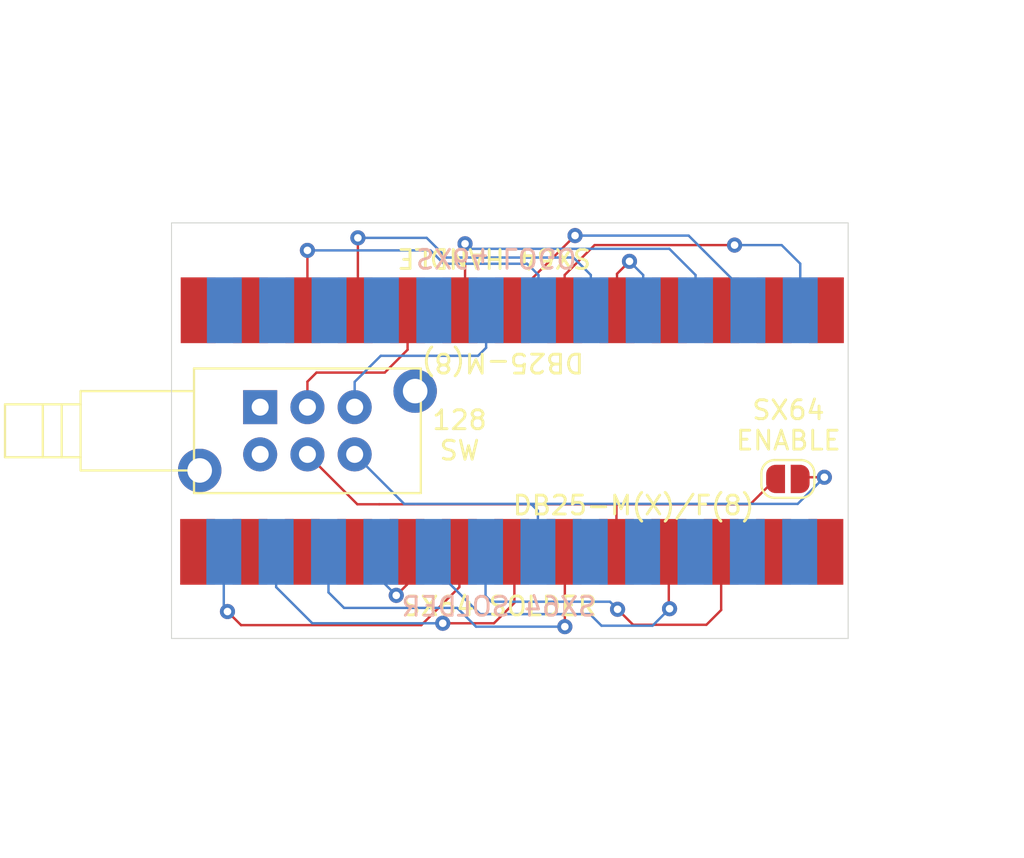
<source format=kicad_pcb>
(kicad_pcb (version 20221018) (generator pcbnew)
  (layers (0 "F.Cu" signal) (31 "B.Cu" signal) (34 "B.Paste" user) (35 "F.Paste" user) (36 "B.SilkS" user "B.Silkscreen") (37 "F.SilkS" user "F.Silkscreen") (38 "B.Mask" user) (39 "F.Mask" user) (44 "Edge.Cuts" user))
  (net 0 "")
  (net 1 "Net-(J1-Pad20)")
  (net 2 "Net-(J1-Pad11)")
  (net 3 "Net-(J1-Pad10)")
  (net 4 "Net-(J1-Pad17)")
  (net 5 "Net-(J1-Pad16)")
  (net 6 "Net-(J1-Pad15)")
  (net 7 "Net-(J1-Pad14)")
  (net 8 "Net-(J1-Pad12)")
  (net 9 "Net-(J2-Pad25)")
  (net 10 "Net-(J2-Pad24)")
  (net 11 "Net-(J2-Pad23)")
  (net 12 "Net-(J2-Pad22)")
  (net 13 "Net-(J2-Pad21)")
  (net 14 "Net-(J2-Pad20)")
  (net 15 "Net-(J2-Pad19)")
  (net 16 "Net-(J2-Pad1)")
  (net 17 "Net-(J1-Pad9)")
  (net 18 "Net-(J2-Pad5)")
  (footprint "Connector_Dsub:DSUB-25_Male_EdgeMount_P2.77mm" (layer "F.Cu") (at 172.61 80.51)
    (fp_text reference "J1" hide)
    (fp_text value "DB25-M(X)/F(8)" (at 6.45 -2.46 unlocked) (layer "F.SilkS"))
    (pad "1" smd rect (at -16.62 0) (size 1.846667 3.48) (layers "F.Cu" "F.Paste" "F.Mask"))
    (pad "2" smd rect (at -13.85 0) (size 1.846667 3.48) (layers "F.Cu" "F.Paste" "F.Mask"))
    (pad "3" smd rect (at -11.08 0) (size 1.846667 3.48) (layers "F.Cu" "F.Paste" "F.Mask"))
    (pad "4" smd rect (at -8.31 0) (size 1.846667 3.48) (layers "F.Cu" "F.Paste" "F.Mask"))
    (pad "5" smd rect (at -5.54 0) (size 1.846667 3.48) (layers "F.Cu" "F.Paste" "F.Mask") (net 4 "Net-(J1-Pad17)"))
    (pad "6" smd rect (at -2.77 0) (size 1.846667 3.48) (layers "F.Cu" "F.Paste" "F.Mask") (net 7 "Net-(J1-Pad14)"))
    (pad "7" smd rect (at 0 0) (size 1.846667 3.48) (layers "F.Cu" "F.Paste" "F.Mask") (net 6 "Net-(J1-Pad15)"))
    (pad "8" smd rect (at 2.77 0) (size 1.846667 3.48) (layers "F.Cu" "F.Paste" "F.Mask") (net 5 "Net-(J1-Pad16)"))
    (pad "9" smd rect (at 5.54 0) (size 1.846667 3.48) (layers "F.Cu" "F.Paste" "F.Mask") (net 17 "Net-(J1-Pad9)"))
    (pad "10" smd rect (at 8.31 0) (size 1.846667 3.48) (layers "F.Cu" "F.Paste" "F.Mask") (net 3 "Net-(J1-Pad10)"))
    (pad "11" smd rect (at 11.08 0) (size 1.846667 3.48) (layers "F.Cu" "F.Paste" "F.Mask") (net 2 "Net-(J1-Pad11)"))
    (pad "12" smd rect (at 13.85 0) (size 1.846667 3.48) (layers "F.Cu" "F.Paste" "F.Mask") (net 8 "Net-(J1-Pad12)"))
    (pad "13" smd rect (at 16.62 0) (size 1.846667 3.48) (layers "F.Cu" "F.Paste" "F.Mask") (net 8 "Net-(J1-Pad12)"))
    (pad "14" smd rect (at -15.235 0) (size 1.846667 3.48) (layers "B.Cu" "B.Paste" "B.Mask") (net 7 "Net-(J1-Pad14)"))
    (pad "15" smd rect (at -12.465 0) (size 1.846667 3.48) (layers "B.Cu" "B.Paste" "B.Mask") (net 6 "Net-(J1-Pad15)"))
    (pad "16" smd rect (at -9.695 0) (size 1.846667 3.48) (layers "B.Cu" "B.Paste" "B.Mask") (net 5 "Net-(J1-Pad16)"))
    (pad "17" smd rect (at -6.925 0) (size 1.846667 3.48) (layers "B.Cu" "B.Paste" "B.Mask") (net 4 "Net-(J1-Pad17)"))
    (pad "18" smd rect (at -4.155 0) (size 1.846667 3.48) (layers "B.Cu" "B.Paste" "B.Mask") (net 3 "Net-(J1-Pad10)"))
    (pad "19" smd rect (at -1.385 0) (size 1.846667 3.48) (layers "B.Cu" "B.Paste" "B.Mask") (net 2 "Net-(J1-Pad11)"))
    (pad "20" smd rect (at 1.385 0) (size 1.846667 3.48) (layers "B.Cu" "B.Paste" "B.Mask") (net 1 "Net-(J1-Pad20)"))
    (pad "21" smd rect (at 4.155 0) (size 1.846667 3.48) (layers "B.Cu" "B.Paste" "B.Mask"))
    (pad "22" smd rect (at 6.925 0) (size 1.846667 3.48) (layers "B.Cu" "B.Paste" "B.Mask"))
    (pad "23" smd rect (at 9.695 0) (size 1.846667 3.48) (layers "B.Cu" "B.Paste" "B.Mask"))
    (pad "24" smd rect (at 12.465 0) (size 1.846667 3.48) (layers "B.Cu" "B.Paste" "B.Mask"))
    (pad "25" smd rect (at 15.235 0) (size 1.846667 3.48) (layers "B.Cu" "B.Paste" "B.Mask"))
  )
  (footprint "Connector_Dsub:DSUB-25_Female_EdgeMount_P2.77mm" (layer "F.Cu") (at 172.64 67.72 180)
    (fp_text reference "J2" hide)
    (fp_text value "DB25-M(8)" (at 0.5 -2.78 180 unlocked) (layer "F.SilkS"))
    (pad "1" smd rect (at 16.62 0 180) (size 1.846667 3.48) (layers "F.Cu" "F.Paste" "F.Mask") (net 16 "Net-(J2-Pad1)"))
    (pad "2" smd rect (at 13.85 0 180) (size 1.846667 3.48) (layers "F.Cu" "F.Paste" "F.Mask") (net 16 "Net-(J2-Pad1)"))
    (pad "3" smd rect (at 11.08 0 180) (size 1.846667 3.48) (layers "F.Cu" "F.Paste" "F.Mask") (net 14 "Net-(J2-Pad20)"))
    (pad "4" smd rect (at 8.31 0 180) (size 1.846667 3.48) (layers "F.Cu" "F.Paste" "F.Mask") (net 13 "Net-(J2-Pad21)"))
    (pad "5" smd rect (at 5.54 0 180) (size 1.846667 3.48) (layers "F.Cu" "F.Paste" "F.Mask") (net 18 "Net-(J2-Pad5)"))
    (pad "6" smd rect (at 2.77 0 180) (size 1.846667 3.48) (layers "F.Cu" "F.Paste" "F.Mask") (net 11 "Net-(J2-Pad23)"))
    (pad "7" smd rect (at 0 0 180) (size 1.846667 3.48) (layers "F.Cu" "F.Paste" "F.Mask") (net 10 "Net-(J2-Pad24)"))
    (pad "8" smd rect (at -2.77 0 180) (size 1.846667 3.48) (layers "F.Cu" "F.Paste" "F.Mask") (net 9 "Net-(J2-Pad25)"))
    (pad "9" smd rect (at -5.54 0 180) (size 1.846667 3.48) (layers "F.Cu" "F.Paste" "F.Mask") (net 12 "Net-(J2-Pad22)"))
    (pad "10" smd rect (at -8.31 0 180) (size 1.846667 3.48) (layers "F.Cu" "F.Paste" "F.Mask"))
    (pad "11" smd rect (at -11.08 0 180) (size 1.846667 3.48) (layers "F.Cu" "F.Paste" "F.Mask"))
    (pad "12" smd rect (at -13.85 0 180) (size 1.846667 3.48) (layers "F.Cu" "F.Paste" "F.Mask"))
    (pad "13" smd rect (at -16.62 0 180) (size 1.846667 3.48) (layers "F.Cu" "F.Paste" "F.Mask"))
    (pad "14" smd rect (at 15.235 0 180) (size 1.846667 3.48) (layers "B.Cu" "B.Paste" "B.Mask"))
    (pad "15" smd rect (at 12.465 0 180) (size 1.846667 3.48) (layers "B.Cu" "B.Paste" "B.Mask"))
    (pad "16" smd rect (at 9.695 0 180) (size 1.846667 3.48) (layers "B.Cu" "B.Paste" "B.Mask"))
    (pad "17" smd rect (at 6.925 0 180) (size 1.846667 3.48) (layers "B.Cu" "B.Paste" "B.Mask"))
    (pad "18" smd rect (at 4.155 0 180) (size 1.846667 3.48) (layers "B.Cu" "B.Paste" "B.Mask"))
    (pad "19" smd rect (at 1.385 0 180) (size 1.846667 3.48) (layers "B.Cu" "B.Paste" "B.Mask") (net 15 "Net-(J2-Pad19)"))
    (pad "20" smd rect (at -1.385 0 180) (size 1.846667 3.48) (layers "B.Cu" "B.Paste" "B.Mask") (net 14 "Net-(J2-Pad20)"))
    (pad "21" smd rect (at -4.155 0 180) (size 1.846667 3.48) (layers "B.Cu" "B.Paste" "B.Mask") (net 13 "Net-(J2-Pad21)"))
    (pad "22" smd rect (at -6.925 0 180) (size 1.846667 3.48) (layers "B.Cu" "B.Paste" "B.Mask") (net 12 "Net-(J2-Pad22)"))
    (pad "23" smd rect (at -9.695 0 180) (size 1.846667 3.48) (layers "B.Cu" "B.Paste" "B.Mask") (net 11 "Net-(J2-Pad23)"))
    (pad "24" smd rect (at -12.465 0 180) (size 1.846667 3.48) (layers "B.Cu" "B.Paste" "B.Mask") (net 10 "Net-(J2-Pad24)"))
    (pad "25" smd rect (at -15.235 0 180) (size 1.846667 3.48) (layers "B.Cu" "B.Paste" "B.Mask") (net 9 "Net-(J2-Pad25)"))
  )
  (footprint "symbols:DPDT_Latching" (layer "F.Cu") (at 159.3 72.85)
    (fp_text reference "SW1" hide)
    (fp_text value "SW_DPDT_x2" hide)
    (fp_line (start -13.5 -0.15) (end -13.5 2.65) (stroke (width 0.12)) (layer "F.SilkS"))
    (fp_line (start -11.5 -0.15) (end -11.5 2.65) (stroke (width 0.12)) (layer "F.SilkS"))
    (fp_line (start -10.5 -0.15) (end -10.5 2.65) (stroke (width 0.12)) (layer "F.SilkS"))
    (fp_line (start -9.5 -0.85) (end -9.5 3.35) (stroke (width 0.12)) (layer "F.SilkS"))
    (fp_line (start -9.5 -0.15) (end -13.5 -0.15) (stroke (width 0.12)) (layer "F.SilkS"))
    (fp_line (start -9.5 2.65) (end -13.5 2.65) (stroke (width 0.12)) (layer "F.SilkS"))
    (fp_line (start -9.5 3.35) (end -3.5 3.35) (stroke (width 0.12)) (layer "F.SilkS"))
    (fp_line (start -3.5 -0.85) (end -9.5 -0.85) (stroke (width 0.12)) (layer "F.SilkS"))
    (fp_line (start -3.5 4.55) (end -3.5 -2.05) (stroke (width 0.12)) (layer "F.SilkS"))
    (fp_line (start 8.5 -2.05) (end -3.5 -2.05) (stroke (width 0.12)) (layer "F.SilkS"))
    (fp_line (start 8.5 4.55) (end -3.5 4.55) (stroke (width 0.12)) (layer "F.SilkS"))
    (fp_line (start 8.5 4.55) (end 8.5 -2.05) (stroke (width 0.12)) (layer "F.SilkS"))
    (pad "" thru_hole circle (at -3.2 3.35) (size 2.3 2.3) (drill 1.3) (layers "*.Cu" "B.Mask"))
    (pad "" thru_hole circle (at 8.2 -0.85) (size 2.3 2.3) (drill 1.3) (layers "*.Cu" "B.Mask"))
    (pad "1" thru_hole rect (at 0 0) (size 1.8 1.8) (drill 0.9) (layers "*.Cu" "B.Mask"))
    (pad "2" thru_hole circle (at 2.5 0) (size 1.8 1.8) (drill 0.9) (layers "*.Cu" "B.Mask") (net 18 "Net-(J2-Pad5)"))
    (pad "3" thru_hole circle (at 5 0) (size 1.8 1.8) (drill 0.9) (layers "*.Cu" "B.Mask") (net 15 "Net-(J2-Pad19)"))
    (pad "4" thru_hole circle (at 0 2.5) (size 1.8 1.8) (drill 0.9) (layers "*.Cu" "B.Mask"))
    (pad "5" thru_hole circle (at 2.5 2.5) (size 1.8 1.8) (drill 0.9) (layers "*.Cu" "B.Mask") (net 17 "Net-(J1-Pad9)"))
    (pad "6" thru_hole circle (at 5 2.5) (size 1.8 1.8) (drill 0.9) (layers "*.Cu" "B.Mask") (net 1 "Net-(J1-Pad20)"))
  )
  (footprint "MountingHole:MountingHole_6.4mm_M6" (layer "F.Cu") (at 177.53 74.1)
    (fp_text reference "H1" hide)
    (fp_text value "MountingHole" hide)
    (pad "" np_thru_hole circle (at 0 0) (size 6.4 6.4) (drill 6.4) (layers "*.Cu" "*.Mask"))
  )
  (footprint "Jumper:SolderJumper-2_P1.3mm_Open_RoundedPad1.0x1.5mm" (layer "F.Cu") (at 187.22 76.65)
    (fp_text reference "JP1" hide)
    (fp_text value "Jumper_2_Open")
    (fp_line (start -1.4 0.3) (end -1.4 -0.3) (stroke (width 0.12)) (layer "F.SilkS"))
    (fp_line (start -0.7 -1) (end 0.7 -1) (stroke (width 0.12)) (layer "F.SilkS"))
    (fp_line (start 0.7 1) (end -0.7 1) (stroke (width 0.12)) (layer "F.SilkS"))
    (fp_line (start 1.4 -0.3) (end 1.4 0.3) (stroke (width 0.12)) (layer "F.SilkS"))
    (fp_arc (start -1.4 -0.3) (mid -1.194975 -0.794975) (end -0.7 -1) (stroke (width 0.12)) (layer "F.SilkS"))
    (fp_arc (start -0.7 1) (mid -1.194975 0.794975) (end -1.4 0.3) (stroke (width 0.12)) (layer "F.SilkS"))
    (fp_arc (start 0.7 -1) (mid 1.194975 -0.794975) (end 1.4 -0.3) (stroke (width 0.12)) (layer "F.SilkS"))
    (fp_arc (start 1.4 0.3) (mid 1.194975 0.794975) (end 0.7 1) (stroke (width 0.12)) (layer "F.SilkS"))
    (pad "1" smd custom (at -0.65 0) (size 1 0.5) (layers "F.Cu" "F.Mask") (net 17 "Net-(J1-Pad9)") (options (clearance outline) (anchor rect)) (primitives (gr_circle (center 0 0.25) (end 0.5 0.25) (width 0) (fill yes)) (gr_circle (center 0 -0.25) (end 0.5 -0.25) (width 0) (fill yes)) (gr_poly (pts (xy 0.5 0.75) (xy 0 0.75) (xy 0 -0.75) (xy 0.5 -0.75)) (width 0) (fill yes))))
    (pad "2" smd custom (at 0.65 0) (size 1 0.5) (layers "F.Cu" "F.Mask") (net 1 "Net-(J1-Pad20)") (options (clearance outline) (anchor rect)) (primitives (gr_circle (center 0 0.25) (end 0.5 0.25) (width 0) (fill yes)) (gr_circle (center 0 -0.25) (end 0.5 -0.25) (width 0) (fill yes)) (gr_poly (pts (xy 0 0.75) (xy -0.5 0.75) (xy -0.5 -0.75) (xy 0 -0.75)) (width 0) (fill yes))))
  )
  (gr_line (start 190.41 85.095) (end 190.41 63.095) (stroke (width 0.05)) (layer "Edge.Cuts"))
  (gr_line (start 154.61 63.095) (end 154.61 85.095) (stroke (width 0.05)) (layer "Edge.Cuts"))
  (gr_line (start 190.41 63.095) (end 154.61 63.095) (stroke (width 0.05)) (layer "Edge.Cuts"))
  (gr_line (start 154.61 85.095) (end 190.41 85.095) (stroke (width 0.05)) (layer "Edge.Cuts"))
  (gr_text "SX64 LOGO" (at 171.79 64.95 -180) (layer "B.SilkS") (effects (font (size 1 1)) (justify mirror)))
  (gr_text "SX64 SOLDER" (at 171.93 83.41) (layer "B.SilkS") (effects (font (size 1 1)) (justify mirror)))
  (gr_text "SX64 SOLDER" (at 171.97 83.39) (layer "F.SilkS") (effects (font (size 1 1))))
  (gr_text "128\nSW" (at 169.85 74.34) (layer "F.SilkS") (effects (font (size 1 1))))
  (gr_text "SX64 HANDLE" (at 171.68 64.96 180) (layer "F.SilkS") (effects (font (size 1 1))))
  (gr_text "SX64\nENABLE" (at 187.25 73.81) (layer "F.SilkS") (effects (font (size 1 1))))
  (segment (start 187.96 76.56) (end 189.15 76.56) (width 0.127) (layer "F.Cu") (net 1))
  (segment (start 187.87 76.65) (end 187.96 76.56) (width 0.127) (layer "F.Cu") (net 1))
  (via (at 189.15 76.56) (size 0.8) (drill 0.4) (layers "F.Cu" "B.Cu") (net 1))
  (segment (start 187.74 77.97) (end 173.25 77.97) (width 0.127) (layer "B.Cu") (net 1))
  (segment (start 173.63 77.97) (end 173.25 77.97) (width 0.127) (layer "B.Cu") (net 1))
  (segment (start 173.995 80.51) (end 173.995 78.335) (width 0.127) (layer "B.Cu") (net 1))
  (segment (start 189.15 76.56) (end 187.74 77.97) (width 0.127) (layer "B.Cu") (net 1))
  (segment (start 173.995 78.335) (end 173.63 77.97) (width 0.127) (layer "B.Cu") (net 1))
  (segment (start 164.3 75.35) (end 166.92 77.97) (width 0.127) (layer "B.Cu") (net 1))
  (segment (start 173.25 77.97) (end 167.54 77.97) (width 0.127) (layer "B.Cu") (net 1))
  (segment (start 166.92 77.97) (end 167.54 77.97) (width 0.127) (layer "B.Cu") (net 1))
  (segment (start 182.91 84.37) (end 179.03 84.37) (width 0.127) (layer "F.Cu") (net 2))
  (segment (start 179.03 84.37) (end 178.21 83.55) (width 0.127) (layer "F.Cu") (net 2))
  (segment (start 183.69 83.59) (end 182.91 84.37) (width 0.127) (layer "F.Cu") (net 2))
  (segment (start 183.69 80.51) (end 183.69 83.59) (width 0.127) (layer "F.Cu") (net 2))
  (via (at 178.21 83.55) (size 0.8) (drill 0.4) (layers "F.Cu" "B.Cu") (net 2))
  (segment (start 177.810001 83.150001) (end 178.21 83.55) (width 0.127) (layer "B.Cu") (net 2))
  (segment (start 171.530001 83.150001) (end 177.810001 83.150001) (width 0.127) (layer "B.Cu") (net 2))
  (segment (start 171.225 82.845) (end 171.530001 83.150001) (width 0.127) (layer "B.Cu") (net 2))
  (segment (start 171.225 80.51) (end 171.225 82.845) (width 0.127) (layer "B.Cu") (net 2))
  (segment (start 180.92 83.48) (end 180.96 83.52) (width 0.127) (layer "F.Cu") (net 3))
  (segment (start 180.92 80.51) (end 180.92 83.48) (width 0.127) (layer "F.Cu") (net 3))
  (via (at 180.96 83.52) (size 0.8) (drill 0.4) (layers "F.Cu" "B.Cu") (net 3))
  (segment (start 168.455 80.51) (end 168.455 81.326666) (width 0.127) (layer "B.Cu") (net 3))
  (segment (start 168.455 81.326666) (end 170.934833 83.806499) (width 0.127) (layer "B.Cu") (net 3))
  (segment (start 180.06 84.42) (end 180.96 83.52) (width 0.127) (layer "B.Cu") (net 3))
  (segment (start 177.36 84.42) (end 180.06 84.42) (width 0.127) (layer "B.Cu") (net 3))
  (segment (start 170.934833 83.806499) (end 176.746499 83.806499) (width 0.127) (layer "B.Cu") (net 3))
  (segment (start 176.746499 83.806499) (end 177.36 84.42) (width 0.127) (layer "B.Cu") (net 3))
  (segment (start 167.07 82.243511) (end 167.07 80.51) (width 0.127) (layer "F.Cu") (net 4))
  (segment (start 166.5 82.813511) (end 167.07 82.243511) (width 0.127) (layer "F.Cu") (net 4))
  (via (at 166.5 82.813511) (size 0.8) (drill 0.4) (layers "F.Cu" "B.Cu") (net 4))
  (segment (start 165.685 80.51) (end 165.685 81.998511) (width 0.127) (layer "B.Cu") (net 4))
  (segment (start 165.685 81.998511) (end 166.5 82.813511) (width 0.127) (layer "B.Cu") (net 4))
  (segment (start 175.42 80.55) (end 175.38 80.51) (width 0.127) (layer "F.Cu") (net 5))
  (segment (start 175.42 84.47) (end 175.42 80.55) (width 0.127) (layer "F.Cu") (net 5))
  (via (at 175.42 84.47) (size 0.8) (drill 0.4) (layers "F.Cu" "B.Cu") (net 5))
  (segment (start 162.915 82.655) (end 163.737011 83.477011) (width 0.127) (layer "B.Cu") (net 5))
  (segment (start 162.915 80.51) (end 162.915 82.655) (width 0.127) (layer "B.Cu") (net 5))
  (segment (start 169.727011 83.477011) (end 170.72 84.47) (width 0.127) (layer "B.Cu") (net 5))
  (segment (start 163.737011 83.477011) (end 169.727011 83.477011) (width 0.127) (layer "B.Cu") (net 5))
  (segment (start 170.72 84.47) (end 175.42 84.47) (width 0.127) (layer "B.Cu") (net 5))
  (segment (start 171.67 84.29) (end 172.75 83.21) (width 0.127) (layer "F.Cu") (net 6))
  (segment (start 172.75 80.65) (end 172.61 80.51) (width 0.127) (layer "F.Cu") (net 6))
  (segment (start 168.96 84.29) (end 171.67 84.29) (width 0.127) (layer "F.Cu") (net 6))
  (segment (start 172.75 83.21) (end 172.75 80.65) (width 0.127) (layer "F.Cu") (net 6))
  (via (at 168.96 84.29) (size 0.8) (drill 0.4) (layers "F.Cu" "B.Cu") (net 6))
  (segment (start 160.145 80.51) (end 160.145 82.377) (width 0.127) (layer "B.Cu") (net 6))
  (segment (start 160.145 82.377) (end 162.058 84.29) (width 0.127) (layer "B.Cu") (net 6))
  (segment (start 162.058 84.29) (end 168.96 84.29) (width 0.127) (layer "B.Cu") (net 6))
  (segment (start 169.84 80.51) (end 169.84 82.377) (width 0.127) (layer "F.Cu") (net 7))
  (segment (start 169.84 82.377) (end 167.827 84.39) (width 0.127) (layer "F.Cu") (net 7))
  (segment (start 167.827 84.39) (end 158.29 84.39) (width 0.127) (layer "F.Cu") (net 7))
  (segment (start 158.29 84.39) (end 157.57 83.67) (width 0.127) (layer "F.Cu") (net 7))
  (via (at 157.57 83.67) (size 0.8) (drill 0.4) (layers "F.Cu" "B.Cu") (net 7))
  (segment (start 157.375 80.51) (end 157.375 83.475) (width 0.127) (layer "B.Cu") (net 7))
  (segment (start 157.375 83.475) (end 157.57 83.67) (width 0.127) (layer "B.Cu") (net 7))
  (segment (start 186.46 80.51) (end 189.23 80.51) (width 0.127) (layer "F.Cu") (net 8))
  (segment (start 175.41 67.72) (end 175.41 65.853) (width 0.127) (layer "F.Cu") (net 9))
  (segment (start 175.41 65.853) (end 176.993 64.27) (width 0.127) (layer "F.Cu") (net 9))
  (segment (start 176.993 64.27) (end 184.4 64.27) (width 0.127) (layer "F.Cu") (net 9))
  (via (at 184.4 64.27) (size 0.8) (drill 0.4) (layers "F.Cu" "B.Cu") (net 9))
  (segment (start 186.89 64.27) (end 187.875 65.255) (width 0.127) (layer "B.Cu") (net 9))
  (segment (start 187.875 65.255) (end 187.875 67.72) (width 0.127) (layer "B.Cu") (net 9))
  (segment (start 184.4 64.27) (end 186.89 64.27) (width 0.127) (layer "B.Cu") (net 9))
  (segment (start 172.64 67.72) (end 172.64 67.0865) (width 0.127) (layer "F.Cu") (net 10))
  (segment (start 172.64 67.0865) (end 175.96 63.7665) (width 0.127) (layer "F.Cu") (net 10))
  (via (at 175.96 63.7665) (size 0.8) (drill 0.4) (layers "F.Cu" "B.Cu") (net 10))
  (segment (start 175.96 63.7665) (end 181.968166 63.7665) (width 0.127) (layer "B.Cu") (net 10))
  (segment (start 185.105 67.72) (end 185.105 66.903334) (width 0.127) (layer "B.Cu") (net 10))
  (segment (start 181.968166 63.7665) (end 182.780833 64.579167) (width 0.127) (layer "B.Cu") (net 10))
  (segment (start 185.105 66.903334) (end 182.780833 64.579167) (width 0.127) (layer "B.Cu") (net 10))
  (segment (start 170.14 67.45) (end 169.87 67.72) (width 0.127) (layer "F.Cu") (net 11))
  (segment (start 170.14 64.2) (end 170.14 67.45) (width 0.127) (layer "F.Cu") (net 11))
  (via (at 170.14 64.2) (size 0.8) (drill 0.4) (layers "F.Cu" "B.Cu") (net 11))
  (segment (start 180.948499 64.466499) (end 182.335 65.853) (width 0.127) (layer "B.Cu") (net 11))
  (segment (start 170.14 64.2) (end 170.406499 64.466499) (width 0.127) (layer "B.Cu") (net 11))
  (segment (start 182.335 65.853) (end 182.335 67.72) (width 0.127) (layer "B.Cu") (net 11))
  (segment (start 170.406499 64.466499) (end 180.948499 64.466499) (width 0.127) (layer "B.Cu") (net 11))
  (segment (start 178.18 65.79) (end 178.84 65.13) (width 0.127) (layer "F.Cu") (net 12))
  (segment (start 178.18 67.72) (end 178.18 65.79) (width 0.127) (layer "F.Cu") (net 12))
  (via (at 178.84 65.13) (size 0.8) (drill 0.4) (layers "F.Cu" "B.Cu") (net 12))
  (segment (start 179.565 65.855) (end 179.565 67.72) (width 0.127) (layer "B.Cu") (net 12))
  (segment (start 178.84 65.13) (end 179.565 65.855) (width 0.127) (layer "B.Cu") (net 12))
  (segment (start 164.47 67.58) (end 164.33 67.72) (width 0.127) (layer "F.Cu") (net 13))
  (segment (start 164.47 63.8865) (end 164.47 67.58) (width 0.127) (layer "F.Cu") (net 13))
  (via (at 164.47 63.8865) (size 0.8) (drill 0.4) (layers "F.Cu" "B.Cu") (net 13))
  (segment (start 176.795 67.72) (end 176.795 65.853) (width 0.127) (layer "B.Cu") (net 13))
  (segment (start 169.15246 64.93) (end 168.10896 63.8865) (width 0.127) (layer "B.Cu") (net 13))
  (segment (start 176.795 65.853) (end 175.872 64.93) (width 0.127) (layer "B.Cu") (net 13))
  (segment (start 175.872 64.93) (end 169.15246 64.93) (width 0.127) (layer "B.Cu") (net 13))
  (segment (start 168.10896 63.8865) (end 164.47 63.8865) (width 0.127) (layer "B.Cu") (net 13))
  (segment (start 161.8 64.55) (end 161.8 67.48) (width 0.127) (layer "F.Cu") (net 14))
  (segment (start 161.8 67.48) (end 161.56 67.72) (width 0.127) (layer "F.Cu") (net 14))
  (via (at 161.8 64.55) (size 0.8) (drill 0.4) (layers "F.Cu" "B.Cu") (net 14))
  (segment (start 173.42901 65.25701) (end 169.01701 65.25701) (width 0.127) (layer "B.Cu") (net 14))
  (segment (start 168.31 64.55) (end 161.8 64.55) (width 0.127) (layer "B.Cu") (net 14))
  (segment (start 174.025 65.853) (end 173.42901 65.25701) (width 0.127) (layer "B.Cu") (net 14))
  (segment (start 174.025 67.72) (end 174.025 65.853) (width 0.127) (layer "B.Cu") (net 14))
  (segment (start 169.01701 65.25701) (end 168.31 64.55) (width 0.127) (layer "B.Cu") (net 14))
  (segment (start 171.255 67.72) (end 171.255 69.705) (width 0.127) (layer "B.Cu") (net 15))
  (segment (start 170.83 70.13) (end 165.68 70.13) (width 0.127) (layer "B.Cu") (net 15))
  (segment (start 165.68 70.13) (end 164.3 71.51) (width 0.127) (layer "B.Cu") (net 15))
  (segment (start 171.255 69.705) (end 170.83 70.13) (width 0.127) (layer "B.Cu") (net 15))
  (segment (start 164.3 71.51) (end 164.3 72.85) (width 0.127) (layer "B.Cu") (net 15))
  (segment (start 156.02 67.72) (end 158.79 67.72) (width 0.25) (layer "F.Cu") (net 16))
  (segment (start 186.57 76.65) (end 185.765 77.455) (width 0.127) (layer "F.Cu") (net 17))
  (segment (start 185.23 77.99) (end 185.765 77.455) (width 0.127) (layer "F.Cu") (net 17))
  (segment (start 161.8 75.35) (end 164.44 77.99) (width 0.127) (layer "F.Cu") (net 17))
  (segment (start 178.15 78.03) (end 178.19 77.99) (width 0.127) (layer "F.Cu") (net 17))
  (segment (start 177.35 77.99) (end 165.6 77.99) (width 0.127) (layer "F.Cu") (net 17))
  (segment (start 178.15 80.51) (end 178.15 78.03) (width 0.127) (layer "F.Cu") (net 17))
  (segment (start 177.35 77.99) (end 178.19 77.99) (width 0.127) (layer "F.Cu") (net 17))
  (segment (start 164.44 77.99) (end 165.6 77.99) (width 0.127) (layer "F.Cu") (net 17))
  (segment (start 178.19 77.99) (end 185.23 77.99) (width 0.127) (layer "F.Cu") (net 17))
  (segment (start 165.89 71.02) (end 162.28 71.02) (width 0.127) (layer "F.Cu") (net 18))
  (segment (start 167.1 69.81) (end 165.89 71.02) (width 0.127) (layer "F.Cu") (net 18))
  (segment (start 167.1 67.72) (end 167.1 69.81) (width 0.127) (layer "F.Cu") (net 18))
  (segment (start 161.8 72.85) (end 161.8 71.5) (width 0.127) (layer "F.Cu") (net 18))
  (segment (start 161.8 71.5) (end 162.28 71.02) (width 0.127) (layer "F.Cu") (net 18))
)
</source>
